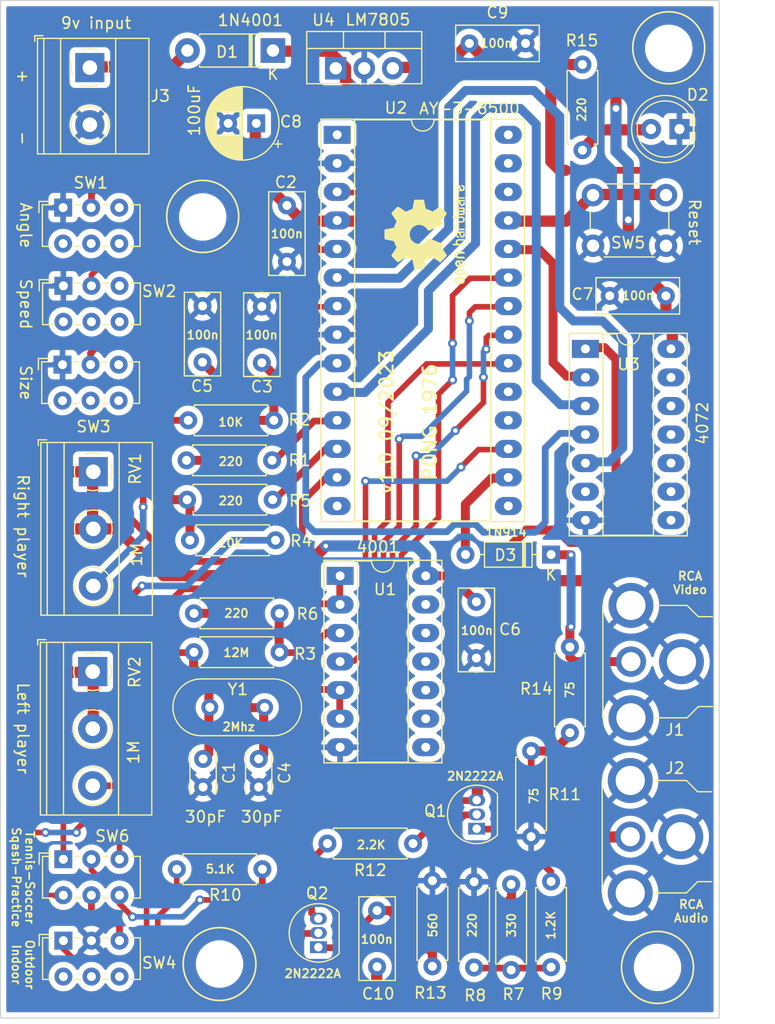
<source format=kicad_pcb>
(kicad_pcb (version 20211014) (generator pcbnew)
  (layers (0 "F.Cu" signal) (31 "B.Cu" signal) (34 "B.Paste" user) (35 "F.Paste" user) (36 "B.SilkS" user "B.Silkscreen") (37 "F.SilkS" user "F.Silkscreen") (38 "B.Mask" user) (39 "F.Mask" user) (44 "Edge.Cuts" user))
  (net 0 "")
  (net 1 "Net-(C1-Pad1)")
  (net 2 "GND")
  (net 3 "VCC")
  (net 4 "Net-(C3-Pad2)")
  (net 5 "Net-(C4-Pad1)")
  (net 6 "Net-(C5-Pad1)")
  (net 7 "+5V")
  (net 8 "Net-(C10-Pad1)")
  (net 9 "Net-(C10-Pad2)")
  (net 10 "Net-(D1-Pad2)")
  (net 11 "Net-(D2-Pad2)")
  (net 12 "Net-(D3-Pad1)")
  (net 13 "VideoSynchro")
  (net 14 "Net-(Q1-Pad1)")
  (net 15 "Net-(Q1-Pad2)")
  (net 16 "Net-(Q2-Pad2)")
  (net 17 "Net-(Q2-Pad3)")
  (net 18 "Net-(R1-Pad1)")
  (net 19 "Net-(R2-Pad1)")
  (net 20 "Net-(R3-Pad1)")
  (net 21 "Net-(R4-Pad2)")
  (net 22 "Net-(R5-Pad2)")
  (net 23 "Net-(R7-Pad1)")
  (net 24 "Net-(R7-Pad2)")
  (net 25 "Sound")
  (net 26 "Net-(SW1-Pad2)")
  (net 27 "Net-(SW2-Pad2)")
  (net 28 "Net-(SW3-Pad2)")
  (net 29 "Net-(SW4-Pad1)")
  (net 30 "Net-(SW4-Pad3)")
  (net 31 "Net-(SW5-Pad1)")
  (net 32 "Net-(SW6-Pad1)")
  (net 33 "Net-(SW6-Pad3)")
  (net 34 "Net-(SW6-Pad4)")
  (net 35 "Net-(SW6-Pad6)")
  (net 36 "Clock 2 Mhz")
  (net 38 "Net-(U2-Pad6)")
  (net 39 "Net-(U2-Pad9)")
  (net 40 "Net-(U2-Pad10)")
  (net 45 "Net-(U2-Pad24)")
  (footprint "Package_DIP:DIP-14_W7.62mm_Socket_LongPads" (layer "F.Cu") (at 70.236 91.176)
    (fp_text reference "U1")
    (fp_text value "4001")
  )
  (footprint "Resistor_THT:R_Axial_DIN0207_L6.3mm_D2.5mm_P7.62mm_Horizontal" (layer "F.Cu") (at 64.1808 80.894 180)
    (fp_text reference "R1")
    (fp_text value "220 Ω")
  )
  (footprint "Resistor_THT:R_Axial_DIN0207_L6.3mm_D2.5mm_P7.62mm_Horizontal" (layer "F.Cu") (at 64.8412 94.5084 180)
    (fp_text reference "R3")
    (fp_text value "220 Ω")
  )
  (footprint "Capacitor_THT:C_Rect_L7.2mm_W3.0mm_P5.00mm_FKS2_FKP2_MKS2_MKP2" (layer "F.Cu") (at 65.5016 63.2264 90)
    (fp_text reference "C2")
    (fp_text value "0.1 uF")
  )
  (footprint "Button_Switch_THT:SW_E-Switch_EG1271_DPDT" (layer "F.Cu") (at 45.5173 72.3852)
    (fp_text reference "SW3")
    (fp_text value "Bat Size")
  )
  (footprint "Diode_THT:D_DO-35_SOD27_P7.62mm_Horizontal" (layer "F.Cu") (at 89.022 89.276 180)
    (fp_text reference "D3")
    (fp_text value "1N914")
  )
  (footprint "Symbol:OSHW-Logo2_9.8x8mm_SilkScreen" (layer "F.Cu") (at 77.9 60.8 90)
    (fp_text reference "REFLOGO" hide)
    (fp_text value "OSHW-Logo2_9.8x8mm_SilkScreen" hide)
  )
  (footprint "Resistor_THT:R_Axial_DIN0207_L6.3mm_D2.5mm_P7.62mm_Horizontal" (layer "F.Cu") (at 76.7284 114.9808 180)
    (fp_text reference "R12")
    (fp_text value "2.2 KΩ")
  )
  (footprint "Resistor_THT:R_Axial_DIN0207_L6.3mm_D2.5mm_P7.62mm_Horizontal" (layer "F.Cu") (at 63.3172 117.2668 180)
    (fp_text reference "R10")
    (fp_text value "5.1 KΩ")
  )
  (footprint "Button_Switch_THT:SW_E-Switch_EG1271_DPDT" (layer "F.Cu") (at 45.588 116.378)
    (fp_text reference "SW6")
    (fp_text value "Ten-Soc/Squ-Pra")
  )
  (footprint "Capacitor_THT:C_Disc_D3.4mm_W2.1mm_P2.50mm" (layer "F.Cu") (at 58.034 107.457 -90)
    (fp_text reference "C1")
    (fp_text value "30 pF")
  )
  (footprint "Capacitor_THT:C_Rect_L7.2mm_W3.0mm_P5.00mm_FKS2_FKP2_MKS2_MKP2" (layer "F.Cu") (at 73.528 125.939 90)
    (fp_text reference "C10")
    (fp_text value "0.1 uF")
  )
  (footprint "Resistor_THT:R_Axial_DIN0207_L6.3mm_D2.5mm_P7.62mm_Horizontal" (layer "F.Cu") (at 56.7132 77.338)
    (fp_text reference "R2")
    (fp_text value "10KΩ")
  )
  (footprint "Package_DIP:DIP-14_W7.62mm_Socket_LongPads" (layer "F.Cu") (at 92.08 70.983)
    (fp_text reference "U3")
    (fp_text value "4072")
  )
  (footprint "Button_Switch_THT:SW_E-Switch_EG1271_DPDT" (layer "F.Cu") (at 45.5935 123.617)
    (fp_text reference "SW4")
    (fp_text value "Outdoor/Indoor")
  )
  (footprint "Resistor_THT:R_Axial_DIN0207_L6.3mm_D2.5mm_P7.62mm_Horizontal" (layer "F.Cu") (at 85.466 126.233 90)
    (fp_text reference "R7")
    (fp_text value "330 Ω")
  )
  (footprint "Capacitor_THT:C_Rect_L7.2mm_W3.0mm_P5.00mm_FKS2_FKP2_MKS2_MKP2" (layer "F.Cu") (at 81.7468 43.81)
    (fp_text reference "C9")
    (fp_text value "0.1 uF")
  )
  (footprint "Package_TO_SOT_THT:TO-220-3_Vertical" (layer "F.Cu") (at 69.845 46.025)
    (fp_text reference "U4")
    (fp_text value "LM7805")
  )
  (footprint "TerminalBlock_Phoenix:TerminalBlock_Phoenix_MKDS-1,5-2-5.08_1x02_P5.08mm_Horizontal" (layer "F.Cu") (at 47.95 45.964 -90)
    (fp_text reference "J3")
    (fp_text value "Pile 9V")
  )
  (footprint "Thomas:RCA" (layer "F.Cu") (at 100.071 114.375 -90)
    (fp_text reference "J2")
    (fp_text value "RCA Audio")
  )
  (footprint "TerminalBlock_Phoenix:TerminalBlock_Phoenix_MKDS-1,5-3-5.08_1x03_P5.08mm_Horizontal" (layer "F.Cu") (at 48.204 99.685 -90)
    (fp_text reference "RV2")
    (fp_text value "1 MΩ")
  )
  (footprint "Button_Switch_THT:SW_E-Switch_EG1271_DPDT" (layer "F.Cu") (at 45.5935 65.3748)
    (fp_text reference "SW2")
    (fp_text value "Ball speed")
  )
  (footprint "Resistor_THT:R_Axial_DIN0207_L6.3mm_D2.5mm_P7.62mm_Horizontal" (layer "F.Cu") (at 91.816 45.6896 -90)
    (fp_text reference "R15")
    (fp_text value "220 Ω")
  )
  (footprint "Resistor_THT:R_Axial_DIN0207_L6.3mm_D2.5mm_P7.62mm_Horizontal" (layer "F.Cu") (at 78.4556 125.9028 90)
    (fp_text reference "R13")
    (fp_text value "560 Ω")
  )
  (footprint "MountingHole:MountingHole_3.2mm_M3" (layer "F.Cu") (at 98.5 126)
    (fp_text reference "HOLE1" hide)
    (fp_text value "MountingHole_3.2mm_M3")
  )
  (footprint "Capacitor_THT:C_Rect_L7.2mm_W3.0mm_P5.00mm_FKS2_FKP2_MKS2_MKP2" (layer "F.Cu") (at 94.2436 66.2636)
    (fp_text reference "C7")
    (fp_text value "0.1 uF")
  )
  (footprint "Capacitor_THT:C_Rect_L7.2mm_W3.0mm_P5.00mm_FKS2_FKP2_MKS2_MKP2" (layer "F.Cu") (at 57.9832 72.1672 90)
    (fp_text reference "C5")
    (fp_text value "0.1 uF")
  )
  (footprint "Resistor_THT:R_Axial_DIN0207_L6.3mm_D2.5mm_P7.62mm_Horizontal" (layer "F.Cu") (at 89.022 118.359 -90)
    (fp_text reference "R9")
    (fp_text value "1.2 KΩ")
  )
  (footprint "Capacitor_THT:C_Rect_L7.2mm_W3.0mm_P5.00mm_FKS2_FKP2_MKS2_MKP2" (layer "F.Cu") (at 63.2664 67.218 -90)
    (fp_text reference "C3")
    (fp_text value "0.1 uF")
  )
  (footprint "Resistor_THT:R_Axial_DIN0207_L6.3mm_D2.5mm_P7.62mm_Horizontal" (layer "F.Cu") (at 90.6984 97.5056 -90)
    (fp_text reference "R14")
    (fp_text value "75 Ω")
  )
  (footprint "TerminalBlock_Phoenix:TerminalBlock_Phoenix_MKDS-1,5-3-5.08_1x03_P5.08mm_Horizontal" (layer "F.Cu") (at 48.255 81.91 -90)
    (fp_text reference "RV1")
    (fp_text value "1 MΩ")
  )
  (footprint "Capacitor_THT:C_Disc_D3.4mm_W2.1mm_P2.50mm" (layer "F.Cu") (at 62.987 107.457 -90)
    (fp_text reference "C4")
    (fp_text value "30 pF")
  )
  (footprint "Resistor_THT:R_Axial_DIN0207_L6.3mm_D2.5mm_P7.62mm_Horizontal" (layer "F.Cu") (at 57.2212 97.9628)
    (fp_text reference "R6")
    (fp_text value "12 MΩ")
  )
  (footprint "Button_Switch_THT:SW_PUSH_6mm_H5mm" (layer "F.Cu") (at 92.757 57.308)
    (fp_text reference "SW5")
    (fp_text value "Reset Switch")
  )
  (footprint "Package_TO_SOT_THT:TO-92_Inline" (layer "F.Cu") (at 82.397 113.66 90)
    (fp_text reference "Q1")
    (fp_text value "2N2222A")
  )
  (footprint "Capacitor_THT:C_Rect_L7.2mm_W3.0mm_P5.00mm_FKS2_FKP2_MKS2_MKP2" (layer "F.Cu") (at 82.3672 98.4816 90)
    (fp_text reference "C6")
    (fp_text value "0.1 uF")
  )
  (footprint "Resistor_THT:R_Axial_DIN0207_L6.3mm_D2.5mm_P7.62mm_Horizontal" (layer "F.Cu") (at 87.244 106.7512 -90)
    (fp_text reference "R11")
    (fp_text value "75 Ω")
  )
  (footprint "MountingHole:MountingHole_3.2mm_M3" (layer "F.Cu") (at 58 59.25)
    (fp_text reference "HOLE4" hide)
    (fp_text value "MountingHole_3.2mm_M3")
  )
  (footprint "Resistor_THT:R_Axial_DIN0207_L6.3mm_D2.5mm_P7.62mm_Horizontal" (layer "F.Cu") (at 56.6116 84.3992)
    (fp_text reference "R5")
    (fp_text value "220 Ω")
  )
  (footprint "Package_TO_SOT_THT:TO-92_Inline" (layer "F.Cu") (at 68.3 124.201 90)
    (fp_text reference "Q2")
    (fp_text value "2N2222A")
  )
  (footprint "LED_THT:LED_D5.0mm_Clear" (layer "F.Cu") (at 100.457 51.43 180)
    (fp_text reference "D2")
    (fp_text value "LED verte")
  )
  (footprint "Resistor_THT:R_Axial_DIN0207_L6.3mm_D2.5mm_P7.62mm_Horizontal" (layer "F.Cu") (at 82.164 126.0044 90)
    (fp_text reference "R8")
    (fp_text value "220 Ω")
  )
  (footprint "MountingHole:MountingHole_3.2mm_M3" (layer "F.Cu") (at 59.5 125.7)
    (fp_text reference "HOLE2" hide)
    (fp_text value "MountingHole_3.2mm_M3")
  )
  (footprint "Capacitor_THT:CP_Radial_D6.3mm_P2.50mm" (layer "F.Cu") (at 62.77238 50.922 180)
    (fp_text reference "C8")
    (fp_text value "100 uF")
  )
  (footprint "Crystal:Crystal_HC49-4H_Vertical" (layer "F.Cu") (at 58.632 102.865)
    (fp_text reference "Y1")
    (fp_text value "2 Mhz")
  )
  (footprint "MountingHole:MountingHole_3.2mm_M3" (layer "F.Cu") (at 99.5 44.25)
    (fp_text reference "HOLE3" hide)
    (fp_text value "MountingHole_3.2mm_M3")
  )
  (footprint "Resistor_THT:R_Axial_DIN0207_L6.3mm_D2.5mm_P7.62mm_Horizontal" (layer "F.Cu") (at 56.8656 88.006)
    (fp_text reference "R4")
    (fp_text value "10KΩ")
  )
  (footprint "Package_DIP:DIP-28_W15.24mm_Socket_LongPads" (layer "F.Cu") (at 69.972 51.938)
    (fp_text reference "U2")
    (fp_text value "AY-3-8500")
  )
  (footprint "Button_Switch_THT:SW_E-Switch_EG1271_DPDT" (layer "F.Cu") (at 45.5681 58.4152)
    (fp_text reference "SW1")
    (fp_text value "Ball angles")
  )
  (footprint "Diode_THT:D_DO-41_SOD81_P7.62mm_Horizontal" (layer "F.Cu") (at 64.257 44.445 180)
    (fp_text reference "D1")
    (fp_text value "1N4001")
  )
  (footprint "Thomas:RCA" (layer "F.Cu") (at 100.134 98.801 -90)
    (fp_text reference "J1")
    (fp_text value "RCA Video")
  )
  (gr_circle (center 59.5 125.7) (end 62.7 125.2) (layer "F.SilkS") (width 0.15) (fill none))
  (gr_circle (center 58 59.2) (end 61.2 59.4) (layer "F.SilkS") (width 0.15) (fill none))
  (gr_circle (center 99.5 44.2) (end 102.7 44.3) (layer "F.SilkS") (width 0.15) (fill none))
  (gr_circle (center 98.5 126) (end 101.7 125.9) (layer "F.SilkS") (width 0.15) (fill none))
  (gr_rect (start 40 40) (end 104 130.5) (layer "Edge.Cuts") (width 0.1) (fill none))
  (gr_text "100uF" (at 57.25 49.75 90) (layer "F.SilkS") (effects (font (size 1 1))))
  (gr_text "2Mhz" (at 61.2 104.6) (layer "F.SilkS") (effects (font (size 0.75 0.75))))
  (gr_text "10K" (at 60.5 88.25) (layer "F.SilkS") (effects (font (size 0.75 0.75))))
  (gr_text "220" (at 61 94.5) (layer "F.SilkS") (effects (font (size 0.75 0.75))))
  (gr_text "100n" (at 65.5 60.75) (layer "F.SilkS") (effects (font (size 0.75 0.75))))
  (gr_text "220" (at 60.5 84.5) (layer "F.SilkS") (effects (font (size 0.75 0.75))))
  (gr_text "Tennis-Soccer\nSqash-Practice" (at 42 118 270) (layer "F.SilkS") (effects (font (size 0.75 0.75))))
  (gr_text "Outdoor\nIndoor" (at 42 125.75 270) (layer "F.SilkS") (effects (font (size 0.75 0.75))))
  (gr_text "100n" (at 63.25 69.75) (layer "F.SilkS") (effects (font (size 0.75 0.75))))
  (gr_text "v1.0 09/2023\n\nPONG 1976" (at 76.3 77.5 90) (layer "F.SilkS") (effects (font (size 1.2 1.2) (thickness 0.2))))
  (gr_text "4001" (at 73.6 88.6) (layer "F.SilkS") (effects (font (size 1 1))))
  (gr_text "5.1K" (at 59.56 117.25) (layer "F.SilkS") (effects (font (size 0.75 0.75))))
  (gr_text "75" (at 90.7 101.3 90) (layer "F.SilkS") (effects (font (size 0.75 0.75))))
  (gr_text "220" (at 60.5 81) (layer "F.SilkS") (effects (font (size 0.75 0.75))))
  (gr_text "1M" (at 52.0904 89.276 90) (layer "F.SilkS") (effects (font (size 1 1))))
  (gr_text "Angle" (at 42.25 60 270) (layer "F.SilkS") (effects (font (size 1 1))))
  (gr_text "2.2K" (at 73 115.1) (layer "F.SilkS") (effects (font (size 0.75 0.75))))
  (gr_text "560" (at 78.5 122.25 90) (layer "F.SilkS") (effects (font (size 0.75 0.75))))
  (gr_text "Reset" (at 101.8 59.7 270) (layer "F.SilkS") (effects (font (size 1 1))))
  (gr_text "2N2222A" (at 82.2656 108.9864) (layer "F.SilkS") (effects (font (size 0.75 0.75))))
  (gr_text "220" (at 91.75 49.69 90) (layer "F.SilkS") (effects (font (size 0.75 0.75))))
  (gr_text "1.2K" (at 89 122.25 90) (layer "F.SilkS") (effects (font (size 0.75 0.75))))
  (gr_text "100n" (at 58 69.75) (layer "F.SilkS") (effects (font (size 0.75 0.75))))
  (gr_text "1N4001" (at 62.25 41.75) (layer "F.SilkS") (effects (font (size 1 1))))
  (gr_text "12M" (at 61 98) (layer "F.SilkS") (effects (font (size 0.75 0.75))))
  (gr_text "330" (at 85.5 122.25 90) (layer "F.SilkS") (effects (font (size 0.75 0.75))))
  (gr_text "RCA\nVideo" (at 101.4 91.8) (layer "F.SilkS") (effects (font (size 0.75 0.75))))
  (gr_text "+" (at 42 46.75 270) (layer "F.SilkS") (effects (font (size 1 1))))
  (gr_text "220" (at 82 122.25 90) (layer "F.SilkS") (effects (font (size 0.75 0.75))))
  (gr_text "1N914" (at 85.0088 87.2948) (layer "F.SilkS") (effects (font (size 0.75 0.75))))
  (gr_text "30pF" (at 58.25 112.6) (layer "F.SilkS") (effects (font (size 1 1))))
  (gr_text "Right player" (at 42 86.75 270) (layer "F.SilkS") (effects (font (size 1 1))))
  (gr_text "2N2222A" (at 67.8 126.55) (layer "F.SilkS") (effects (font (size 0.75 0.75))))
  (gr_text "Speed" (at 42.25 67 270) (layer "F.SilkS") (effects (font (size 1 1))))
  (gr_text "10K" (at 60.5 77.5) (layer "F.SilkS") (effects (font (size 0.75 0.75))))
  (gr_text "Left player" (at 42 104.75 270) (layer "F.SilkS") (effects (font (size 1 1))))
  (gr_text "9v input" (at 48.5 42) (layer "F.SilkS") (effects (font (size 1 1))))
  (gr_text "100n" (at 73.5 123.5) (layer "F.SilkS") (effects (font (size 0.75 0.75))))
  (gr_text "75" (at 87.5 110.75 90) (layer "F.SilkS") (effects (font (size 0.75 0.75))))
  (gr_text "100n" (at 84.1452 43.8) (layer "F.SilkS") (effects (font (size 0.75 0.75))))
  (gr_text "AY-3-8500" (at 81.7576 49.6012) (layer "F.SilkS") (effects (font (size 1 1))))
  (gr_text "RCA\nAudio" (at 101.5 121) (layer "F.SilkS") (effects (font (size 0.75 0.75))))
  (gr_text "4072" (at 102.5 77.6 90) (layer "F.SilkS") (effects (font (size 1 1))))
  (gr_text "1M" (at 51.8364 106.8528 90) (layer "F.SilkS") (effects (font (size 1 1))))
  (gr_text "-" (at 42 52.25 270) (layer "F.SilkS") (effects (font (size 1 1))))
  (gr_text "100n" (at 82.418 96.0324) (layer "F.SilkS") (effects (font (size 0.75 0.75))))
  (gr_text "Size" (at 42.25 74 270) (layer "F.SilkS") (effects (font (size 1 1))))
  (gr_text "30pF" (at 63.25 112.6) (layer "F.SilkS") (effects (font (size 1 1))))
  (gr_text "100n" (at 96.75 66.25) (layer "F.SilkS") (effects (font (size 0.75 0.75))))
  (gr_text "LM7805" (at 73.6 41.7) (layer "F.SilkS") (effects (font (size 1 1))))
  (segment (start 56.256 92.324) (end 54.732 93.848) (width 0.6) (layer "F.Cu") (net 1))
  (segment (start 58.55 106.95) (end 58 107.5) (width 0.8) (layer "F.Cu") (net 1))
  (segment (start 58.55 102.9) (end 58.55 106.95) (width 0.8) (layer "F.Cu") (net 1))
  (segment (start 55.836 98) (end 57.19 98) (width 0.6) (layer "F.Cu") (net 1))
  (segment (start 57.19 99.608) (end 58.55 100.968) (width 0.8) (layer "F.Cu") (net 1))
  (segment (start 57.19 98) (end 57.19 99.608) (width 0.8) (layer "F.Cu") (net 1))
  (segment (start 70.2 91.125) (end 70.2 93.665) (width 0.6) (layer "F.Cu") (net 1))
  (segment (start 54.732 93.848) (end 54.732 96.896) (width 0.6) (layer "F.Cu") (net 1))
  (segment (start 54.732 96.896) (end 55.836 98) (width 0.6) (layer "F.Cu") (net 1))
  (segment (start 58.55 100.968) (end 58.55 102.9) (width 0.8) (layer "F.Cu") (net 1))
  (segment (start 70.2 93.665) (end 68.519 93.665) (width 0.6) (layer "F.Cu") (net 1))
  (segment (start 68.519 93.665) (end 67.178 92.324) (width 0.6) (layer "F.Cu") (net 1))
  (segment (start 67.178 92.324) (end 56.256 92.324) (width 0.6) (layer "F.Cu") (net 1))
  (segment (start 44 54.5) (end 43.25 55.25) (width 1) (layer "F.Cu") (net 3))
  (segment (start 73.274 48.382) (end 72.004 48.382) (width 1) (layer "F.Cu") (net 3))
  (segment (start 68.956 88.514) (end 66.3652 91.1048) (width 1) (layer "F.Cu") (net 3))
  (segment (start 99.25 66.25) (end 95.9 62.9) (width 1) (layer "F.Cu") (net 3))
  (segment (start 99.82 68.42) (end 99.82 70.875) (width 1) (layer "F.Cu") (net 3))
  (segment (start 69.265 44.5) (end 69.265 44.435) (width 1) (layer "F.Cu") (net 3))
  (segment (start 80.0508 91.176) (end 77.856 91.176) (width 0.8) (layer "F.Cu") (net 3))
  (segment (start 69.265 44.5) (end 70.71 45.945) (width 1) (layer "F.Cu") (net 3))
  (segment (start 69.265 44.435) (end 72.2 41.5) (width 1) (layer "F.Cu") (net 3))
  (segment (start 62.11476 54.5) (end 44 54.5) (width 1) (layer "F.Cu") (net 3))
  (segment (start 44.415 81.915) (end 48.195 81.915) (width 1) (layer "F.Cu") (net 3))
  (segment (start 66.3652 91.1048) (end 66.3652 91.1556) (width 1) (layer "F.Cu") (net 3))
  (segment (start 48.195 86.995) (end 46.005 86.995) (width 1) (layer "F.Cu") (net 3))
  (segment (start 50.3682 86.995) (end 48.195 86.995) (width 1) (layer "F.Cu") (net 3))
  (segment (start 70 59.62) (end 72.45 59.62) (width 1) (layer "F.Cu") (net 3))
  (segment (start 43.25 80.75) (end 44.415 81.915) (width 1) (layer "F.Cu") (net 3))
  (segment (start 54.5288 91.1556) (end 50.3682 86.995) (width 1) (layer "F.Cu") (net 3))
  (segment (start 95.9 62.9) (end 95.9 59.5) (width 1) (layer "F.Cu") (net 3))
  (segment (start 94.8 43.8) (end 94.8 49.6) (width 1) (layer "F.Cu") (net 3))
  (segment (start 44.5 98) (end 46.25 99.75) (width 1) (layer "F.Cu") (net 3))
  (segment (start 44.5 88.5) (end 44.5 98) (width 1) (layer "F.Cu") (net 3))
  (segment (start 92.5 41.5) (end 94.8 43.8) (width 1) (layer "F.Cu") (net 3))
  (segment (start 62.68238 53.93238) (end 62.68238 55.43238) (width 1) (layer "F.Cu") (net 3))
  (segment (start 43.25 55.25) (end 43.25 80.75) (width 1) (layer "F.Cu") (net 3))
  (segment (start 82.3672 93.4816) (end 80.9048 92.0192) (width 0.8) (layer "F.Cu") (net 3))
  (segment (start 74.544 57.526) (end 74.544 49.652) (width 1) (layer "F.Cu") (net 3))
  (segment (start 48.25 99.75) (end 48.25 104.83) (width 1) (layer "F.Cu") (net 3))
  (segment (start 72.2 41.5) (end 92.5 41.5) (width 1) (layer "F.Cu") (net 3))
  (segment (start 72.45 59.62) (end 74.544 57.526) (width 1) (layer "F.Cu") (net 3))
  (segment (start 48.195 81.915) (end 48.195 86.995) (width 1) (layer "F.Cu") (net 3))
  (segment (start 46.25 99.75) (end 48.25 99.75) (width 1) (layer "F.Cu") (net 3))
  (segment (start 66.3652 91.1556) (end 54.5288 91.1556) (width 1) (layer "F.Cu") (net 3))
  (segment (start 80.9048 92.0192) (end 80.894 92.0192) (width 0.8) (layer "F.Cu") (net 3))
  (segment (start 70.71 47.088) (end 70.71 45.945) (width 1) (layer "F.Cu") (net 3))
  (segment (start 70 59.62) (end 66.87 59.62) (width 1) (layer "F.Cu") (net 3))
  (segment (start 80.894 92.0192) (end 80.0508 91.176) (width 0.8) (layer "F.Cu") (net 3))
  (segment (start 62.68238 55.43238) (end 65.5 58.25) (width 1) (layer "F.Cu") (net 3))
  (segment (start 46.005 86.995) (end 44.5 88.5) (width 1) (layer "F.Cu") (net 3))
  (segment (start 64.31 44.5) (end 69.265 44.5) (width 1) (layer "F.Cu") (net 3))
  (segment (start 62.68238 51) (end 62.68238 53.93238) (width 1) (layer "F.Cu") (net 3))
  (segment (start 62.68238 53.93238) (end 62.11476 54.5) (width 1) (layer "F.Cu") (net 3))
  (segment (start 66.87 59.62) (end 65.5 58.25) (width 1) (layer "F.Cu") (net 3))
  (segment (start 99.25 66.25) (end 99.25 67.85) (width 1) (layer "F.Cu") (net 3))
  (segment (start 74.544 49.652) (end 73.274 48.382) (width 1) (layer "F.Cu") (net 3))
  (segment (start 99.25 67.85) (end 99.82 68.42) (width 1) (layer "F.Cu") (net 3))
  (segment (start 72.004 48.382) (end 70.71 47.088) (width 1) (layer "F.Cu") (net 3))
  (via (at 68.956 88.514) (size 0.8) (drill 0.4) (layers "F.Cu" "B.Cu") (net 3))
  (via (at 95.9 59.5) (size 1) (drill 0.6) (layers "F.Cu" "B.Cu") (net 3))
  (via (at 94.8 49.6) (size 1) (drill 0.6) (layers "F.Cu" "B.Cu") (net 3))
  (segment (start 95.9 59.5) (end 95.9 54.5) (width 1) (layer "B.Cu") (net 3))
  (segment (start 94.8 53.4) (end 94.8 49.6) (width 1) (layer "B.Cu") (net 3))
  (segment (start 95.9 54.5) (end 94.8 53.4) (width 1) (layer "B.Cu") (net 3))
  (segment (start 77.82 91.125) (end 77.82 89.325) (width 1) (layer "B.Cu") (net 3))
  (segment (start 77.009 88.514) (end 68.956 88.514) (width 1) (layer "B.Cu") (net 3))
  (segment (start 77.82 89.325) (end 77.009 88.514) (width 1) (layer "B.Cu") (net 3))
  (segment (start 62.6568 77.338) (end 59.1008 80.894) (width 0.8) (layer "F.Cu") (net 4))
  (segment (start 64.3332 73.2848) (end 63.2664 72.218) (width 0.8) (layer "F.Cu") (net 4))
  (segment (start 64.3332 77.338) (end 64.3332 73.2848) (width 0.8) (layer "F.Cu") (net 4))
  (segment (start 59.1008 80.894) (end 56.5608 80.894) (width 0.8) (layer "F.Cu") (net 4))
  (segment (start 64.3332 77.338) (end 62.6568 77.338) (width 0.8) (layer "F.Cu") (net 4))
  (segment (start 61.336 101.976) (end 62.26 102.9) (width 0.8) (layer "F.Cu") (net 5))
  (segment (start 62.26 102.9) (end 63.43 102.9) (width 0.8) (layer "F.Cu") (net 5))
  (segment (start 57.19 94.5) (end 59.194 94.5) (width 0.8) (layer "F.Cu") (net 5))
  (segment (start 59.194 94.5) (end 61.336 96.642) (width 0.8) (layer "F.Cu") (net 5))
  (segment (start 63.43 102.9) (end 63.43 107.07) (width 0.8) (layer "F.Cu") (net 5))
  (segment (start 61.336 96.642) (end 61.336 101.976) (width 0.8) (layer "F.Cu") (net 5))
  (segment (start 63.43 107.07) (end 63 107.5) (width 0.8) (layer "F.Cu") (net 5))
  (segment (start 58.7452 79.1668) (end 57.8816 79.1668) (width 0.8) (layer "F.Cu") (net 6))
  (segment (start 55.3416 84.3992) (end 54.5796 83.6372) (width 0.8) (layer "F.Cu") (net 6))
  (segment (start 55.0876 79.1668) (end 54.859 79.3954) (width 0.5) (layer "F.Cu") (net 6))
  (segment (start 59.5072 73.6912) (end 59.5072 78.4048) (width 0.8) (layer "F.Cu") (net 6))
  (segment (start 56.6116 84.3992) (end 55.3416 84.3992) (width 0.8) (layer "F.Cu") (net 6))
  (segment (start 54.1732 80.0812) (end 54.859 79.3954) (width 0.8) (layer "F.Cu") (net 6))
  (segment (start 54.1732 83.2308) (end 54.1732 80.0812) (width 0.8) (layer "F.Cu") (net 6))
  (segment (start 59.5072 78.4048) (end 58.7452 79.1668) (width 0.8) (layer "F.Cu") (net 6))
  (segment (start 57.9832 72.1672) (end 59.5072 73.6912) (width 0.8) (layer "F.Cu") (net 6))
  (segment (start 56.8656 88.006) (end 56.8656 84.6532) (width 0.8) (layer "F.Cu") (net 6))
  (segment (start 57.8816 79.1668) (end 55.0876 79.1668) (width 0.5) (layer "F.Cu") (net 6))
  (segment (start 54.5796 83.6372) (end 54.1732 83.2308) (width 0.8) (layer "F.Cu") (net 6))
  (segment (start 56.8656 84.6532) (end 56.6116 84.3992) (width 0.8) (layer "F.Cu") (net 6))
  (segment (start 75.79 45.945) (end 79.555 45.945) (width 1) (layer "F.Cu") (net 7))
  (segment (start 93.8 89.9) (end 92.1 91.6) (width 1) (layer "F.Cu") (net 7))
  (segment (start 82.45 104.85) (end 82.45 111.16) (width 1) (layer "F.Cu") (net 7))
  (segment (start 83.9 46) (end 88.8 46) (width 1) (layer "F.Cu") (net 7))
  (segment (start 86.8 92.4) (end 86.8 102.2) (width 1) (layer "F.Cu") (net 7))
  (segment (start 83.3 104) (end 82.45 104.85) (width 1) (layer "F.Cu") (net 7))
  (segment (start 88.8 46) (end 89 45.8) (width 1) (layer "F.Cu") (net 7))
  (segment (start 80.59 111.16) (end 76.75 115) (width 0.6) (layer "F.Cu") (net 7))
  (segment (start 89 45.8) (end 89 54.3) (width 1) (layer "F.Cu") (net 7))
  (segment (start 79.555 45.945) (end 81.7 43.8) (width 1) (layer "F.Cu") (net 7))
  (segment (start 82.45 111.16) (end 80.59 111.16) (width 0.6) (layer "F.Cu") (net 7))
  (segment (start 87.6 91.6) (end 86.8 92.4) (width 1) (layer "F.Cu") (net 7))
  (segment (start 81.7 43.8) (end 83.9 46) (width 1) (layer "F.Cu") (net 7))
  (segment (start 89 54.3) (end 89.8 55.1) (width 1) (layer "F.Cu") (net 7))
  (segment (start 88.89 45.69) (end 89 45.8) (width 1) (layer "F.Cu") (net 7))
  (segment (start 100.7 89.9) (end 93.8 89.9) (width 1) (layer "F.Cu") (net 7))
  (segment (start 90.3 55.1) (end 101.3 55.1) (width 0.6) (layer "F.Cu") (net 7))
  (segment (start 86.8 102.2) (end 85 104) (width 1) (layer "F.Cu") (net 7))
  (segment (start 102.8 56.6) (end 102.8 87.8) (width 1) (layer "F.Cu") (net 7))
  (segment (start 101.3 55.1) (end 101.8 55.6) (width 0.6) (layer "F.Cu") (net 7))
  (segment (start 102.8 87.8) (end 100.7 89.9) (width 1) (layer "F.Cu") (net 7))
  (segment (start 89.8 55.1) (end 90.3 55.1) (width 1) (layer "F.Cu") (net 7))
  (segment (start 91.75 45.69) (end 88.89 45.69) (width 1) (layer "F.Cu") (net 7))
  (segment (start 101.8 55.6) (end 102.8 56.6) (width 1) (layer "F.Cu") (net 7))
  (segment (start 85 104) (end 83.3 104) (width 1) (layer "F.Cu") (net 7))
  (segment (start 92.1 91.6) (end 87.6 91.6) (width 1) (layer "F.Cu") (net 7))
  (segment (start 74.1 128.4) (end 73.5 127.8) (width 1) (layer "F.Cu") (net 8))
  (segment (start 92.3 127.3) (end 91.2 128.4) (width 1) (layer "F.Cu") (net 8))
  (segment (start 96.025 114.4) (end 93.7 114.4) (width 1) (layer "F.Cu") (net 8))
  (segment (start 91.2 128.4) (end 74.1 128.4) (width 1) (layer "F.Cu") (net 8))
  (segment (start 73.5 127.8) (end 73.5 126) (width 1) (layer "F.Cu") (net 8))
  (segment (start 93.7 114.4) (end 92.3 115.8) (width 1) (layer "F.Cu") (net 8))
  (segment (start 92.3 115.8) (end 92.3 127.3) (width 1) (layer "F.Cu") (net 8))
  (segment (start 73.528 120.939) (end 73.528 121.026) (width 0.8) (layer "F.Cu") (net 9))
  (segment (start 70.25 124.25) (end 73.5 121) (width 0.6) (layer "F.Cu") (net 9))
  (segment (start 68.25 124.25) (end 70.25 124.25) (width 0.6) (layer "F.Cu") (net 9))
  (segment (start 74.6602 120.939) (end 78.4556 124.7344) (width 0.8) (layer "F.Cu") (net 9))
  (segment (start 78.4556 124.7344) (end 78.4556 125.9028) (width 0.8) (layer "F.Cu") (net 9))
  (segment (start 73.528 120.939) (end 74.6602 120.939) (width 0.8) (layer "F.Cu") (net 9))
  (segment (start 55.29 45.9) (end 56.69 44.5) (width 1) (layer "F.Cu") (net 10))
  (segment (start 48.1 45.9) (end 55.29 45.9) (width 1) (layer "F.Cu") (net 10))
  (segment (start 48 46) (end 48.1 45.9) (width 1) (layer "F.Cu") (net 10))
  (segment (start 93.56 51.5) (end 91.75 53.31) (width 1) (layer "F.Cu") (net 11))
  (segment (start 97.96 51.5) (end 93.56 51.5) (width 1) (layer "F.Cu") (net 11))
  (segment (start 90.7 98.4) (end 90.7 97.49) (width 0.8) (layer "F.Cu") (net 12))
  (segment (start 91.1 98.8) (end 90.7 98.4) (width 0.8) (layer "F.Cu") (net 12))
  (segment (start 89.01 89.3) (end 90.8 89.3) (width 0.8) (layer "F.Cu") (net 12))
  (segment (start 90.7 97.49) (end 90.7 95.8) (width 0.8) (layer "F.Cu") (net 12))
  (segment (start 90.7 95.8) (end 90.8 95.7) (width 0.8) (layer "F.Cu") (net 12))
  (segment (start 96.125 98.8) (end 91.1 98.8) (width 0.8) (layer "F.Cu") (net 12))
  (via (at 90.8 95.7) (size 0.8) (drill 0.4) (layers "F.Cu" "B.Cu") (net 12))
  (via (at 90.8 89.3) (size 0.8) (drill 0.4) (layers "F.Cu" "B.Cu") (net 12))
  (segment (start 90.8 89.3) (end 90.8 95.7) (width 0.8) (layer "B.Cu") (net 12))
  (segment (start 83.72 82.48) (end 81.39 84.81) (width 0.8) (layer "F.Cu") (net 13))
  (segment (start 85.24 82.48) (end 83.72 82.48) (width 0.8) (layer "F.Cu") (net 13))
  (segment (start 81.39 84.81) (end 81.39 89.3) (width 0.8) (layer "F.Cu") (net 13))
  (segment (start 90.7 105.3) (end 89.25 106.75) (width 0.8) (layer "F.Cu") (net 14))
  (segment (start 83.8 113.7) (end 87.25 110.25) (width 0.6) (layer "F.Cu") (net 14))
  (segment (start 89.25 106.75) (end 87.25 106.75) (width 0.8) (layer "F.Cu") (net 14))
  (segment (start 82.45 113.7) (end 83.8 113.7) (width 0.6) (layer "F.Cu") (net 14))
  (segment (start 87.25 110.25) (end 87.25 106.75) (width 0.6) (layer "F.Cu") (net 14))
  (segment (start 89 117.5) (end 88 116.5) (width 0.6) (layer "F.Cu") (net 15))
  (segment (start 80 113.75) (end 81.32 112.43) (width 0.6) (layer "F.Cu") (net 15))
  (segment (start 88 116.5) (end 80.75 116.5) (width 0.6) (layer "F.Cu") (net 15))
  (segment (start 89 118.44) (end 89 117.5) (width 0.6) (layer "F.Cu") (net 15))
  (segment (start 80 115.75) (end 80 113.75) (width 0.6) (layer "F.Cu") (net 15))
  (segment (start 81.32 112.43) (end 82.45 112.43) (width 0.6) (layer "F.Cu") (net 15))
  (segment (start 80.75 116.5) (end 80 115.75) (width 0.6) (layer "F.Cu") (net 15))
  (segment (start 66.9 122.98) (end 63.31 119.39) (width 0.6) (layer "F.Cu") (net 16))
  (segment (start 68.25 122.98) (end 66.9 122.98) (width 0.6) (layer "F.Cu") (net 16))
  (segment (start 63.31 119.39) (end 63.31 117.25) (width 0.6) (layer "F.Cu") (net 16))
  (segment (start 69.13 115) (end 67.69 116.44) (width 0.6) (layer "F.Cu") (net 17))
  (segment (start 67.69 116.44) (end 67.69 121.15) (width 0.6) (layer "F.Cu") (net 17))
  (segment (start 67.69 121.15) (end 68.25 121.71) (width 0.6) (layer "F.Cu") (net 17))
  (segment (start 67.91 77.4) (end 64.31 81) (width 0.6) (layer "F.Cu") (net 18))
  (segment (start 70 77.4) (end 67.91 77.4) (width 0.6) (layer "F.Cu") (net 18))
  (segment (start 52.7 79.3192) (end 52.7 85.0596) (width 0.6) (layer "F.Cu") (net 19))
  (segment (start 54.6812 77.338) (end 52.7 79.3192) (width 0.6) (layer "F.Cu") (net 19))
  (segment (start 56.7132 77.338) (end 54.6812 77.338) (width 0.6) (layer "F.Cu") (net 19))
  (via (at 52.7 85.0596) (size 0.8) (drill 0.4) (layers "F.Cu" "B.Cu") (net 19))
  (segment (start 52.7 87.625) (end 48.255 92.07) (width 0.6) (layer "B.Cu") (net 19))
  (segment (start 52.7 85.0596) (end 52.7 87.625) (width 0.6) (layer "B.Cu") (net 19))
  (segment (start 69.045 96.205) (end 70.2 96.205) (width 0.6) (layer "F.Cu") (net 20))
  (segment (start 67.472 98) (end 64.81 98) (width 0.6) (layer "F.Cu") (net 20))
  (segment (start 67.75 100.5) (end 67.75 97.722) (width 0.6) (layer "F.Cu") (net 20))
  (segment (start 70.2 101.285) (end 68.535 101.285) (width 0.6) (layer "F.Cu") (net 20))
  (segment (start 67.75 97.722) (end 67.472 98) (width 0.6) (layer "F.Cu") (net 20))
  (segment (start 67.75 97.722) (end 67.75 97.5) (width 0.6) (layer "F.Cu") (net 20))
  (segment (start 68.535 101.285) (end 67.75 100.5) (width 0.6) (layer "F.Cu") (net 20))
  (segment (start 64.81 94.5) (end 64.81 98) (width 0.8) (layer "F.Cu") (net 20))
  (segment (start 67.75 97.5) (end 69.045 96.205) (width 0.6) (layer "F.Cu") (net 20))
  (segment (start 70.2 103.825) (end 70.2 101.285) (width 0.6) (layer "F.Cu") (net 20))
  (segment (start 51.8872 108.7832) (end 50.8254 109.845) (width 0.6) (layer "F.Cu") (net 21))
  (segment (start 50.8254 109.845) (end 48.204 109.845) (width 0.6) (layer "F.Cu") (net 21))
  (segment (start 51.8872 92.7812) (end 51.8872 108.7832) (width 0.6) (layer "F.Cu") (net 21))
  (segment (start 52.5984 92.07) (end 51.8872 92.7812) (width 0.6) (layer "F.Cu") (net 21))
  (via (at 52.5984 92.07) (size 0.8) (drill 0.4) (layers "F.Cu" "B.Cu") (net 21))
  (segment (start 64.4856 88.006) (end 60.6248 88.006) (width 0.6) (layer "B.Cu") (net 21))
  (segment (start 60.6248 88.006) (end 56.5608 92.07) (width 0.6) (layer "B.Cu") (net 21))
  (segment (start 56.5608 92.07) (end 52.5984 92.07) (width 0.6) (layer "B.Cu") (net 21))
  (segment (start 70 79.94) (end 68.87 79.94) (width 0.6) (layer "F.Cu") (net 22))
  (segment (start 68.87 79.94) (end 64.31 84.5) (width 0.6) (layer "F.Cu") (net 22))
  (segment (start 85.46 126.06) (end 85.5 126.1) (width 0.6) (layer "F.Cu") (net 23))
  (segment (start 85.54 126.06) (end 85.5 126.1) (width 0.6) (layer "F.Cu") (net 23))
  (segment (start 89 126.06) (end 85.54 126.06) (width 0.6) (layer "F.Cu") (net 23))
  (segment (start 82 126.06) (end 85.46 126.06) (width 0.6) (layer "F.Cu") (net 23))
  (segment (start 93.775 70.875) (end 94.8 71.9) (width 0.8) (layer "F.Cu") (net 24))
  (segment (start 94.8 86.7) (end 93.3 88.2) (width 0.8) (layer "F.Cu") (net 24))
  (segment (start 80 108.8) (end 77.6 108.8) (width 0.8) (layer "F.Cu") (net 24))
  (segment (start 93.3 88.2) (end 90.709022 88.2) (width 0.8) (layer "F.Cu") (net 24))
  (segment (start 74.5 111.9) (end 74.5 118.1) (width 0.8) (layer "F.Cu") (net 24))
  (segment (start 90.709022 88.2) (end 89.609022 87.1) (width 0.8) (layer "F.Cu") (net 24))
  (segment (start 85.2 88.7) (end 85.2 98.8) (width 0.8) (layer "F.Cu") (net 24))
  (segment (start 91.7 70.875) (end 93.775 70.875) (width 0.8) (layer "F.Cu") (net 24))
  (segment (start 80.7 108.1) (end 80 108.8) (width 0.8) (layer "F.Cu") (net 24))
  (segment (start 94.8 71.9) (end 94.8 86.7) (width 0.8) (layer "F.Cu") (net 24))
  (segment (start 77.7 121.3) (end 84 121.3) (width 0.8) (layer "F.Cu") (net 24))
  (segment (start 85.2 98.8) (end 80.7 103.3) (width 0.8) (layer "F.Cu") (net 24))
  (segment (start 74.5 118.1) (end 77.7 121.3) (width 0.8) (layer "F.Cu") (net 24))
  (segment (start 80.7 103.3) (end 80.7 108.1) (width 0.8) (layer "F.Cu") (net 24))
  (segment (start 86.8 87.1) (end 85.2 88.7) (width 0.8) (layer "F.Cu") (net 24))
  (segment (start 77.6 108.8) (end 74.5 111.9) (width 0.8) (layer "F.Cu") (net 24))
  (segment (start 89.609022 87.1) (end 86.8 87.1) (width 0.8) (layer "F.Cu") (net 24))
  (segment (start 85.5 119.8) (end 85.5 118.48) (width 0.8) (layer "F.Cu") (net 24))
  (segment (start 84 121.3) (end 85.5 119.8) (width 0.8) (layer "F.Cu") (net 24))
  (segment (start 55.69 119.81) (end 55.69 117.25) (width 0.5) (layer "F.Cu") (net 25))
  (segment (start 55.5 50.25) (end 55.5 52.75) (width 0.5) (layer "F.Cu") (net 25))
  (segment (start 72.004 49.906) (end 68.956 49.906) (width 0.5) (layer "F.Cu") (net 25))
  (segment (start 55 53.25) (end 42.5 53.25) (width 0.5) (layer "F.Cu") (net 25))
  (segment (start 72.5 56.5) (end 72.5 50.402) (width 0.5) (layer "F.Cu") (net 25))
  (segment (start 41.75 54) (end 41.75 127.75) (width 0.5) (layer "F.Cu") (net 25))
  (segment (start 54 121.5) (end 55.69 119.81) (width 0.5) (layer "F.Cu") (net 25))
  (segment (start 66.05 47) (end 58.75 47) (width 0.5) (layer "F.Cu") (net 25))
  (segment (start 72.5 50.402) (end 72.004 49.906) (width 0.5) (layer "F.Cu") (net 25))
  (segment (start 42.5 53.25) (end 41.75 54) (width 0.5) (layer "F.Cu") (net 25))
  (segment (start 41.75 127.75) (end 42.75 128.75) (width 0.5) (layer "F.Cu") (net 25))
  (segment (start 71.92 57.08) (end 72.5 56.5) (width 0.5) (layer "F.Cu") (net 25))
  (segment (start 58.75 47) (end 55.5 50.25) (width 0.5) (layer "F.Cu") (net 25))
  (segment (start 68.956 49.906) (end 66.05 47) (width 0.5) (layer "F.Cu") (net 25))
  (segment (start 54 128) (end 54 121.5) (width 0.5) (layer "F.Cu") (net 25))
  (segment (start 42.75 128.75) (end 53.25 128.75) (width 0.5) (layer "F.Cu") (net 25))
  (segment (start 70 57.08) (end 71.92 57.08) (width 0.5) (layer "F.Cu") (net 25))
  (segment (start 55.5 52.75) (end 55 53.25) (width 0.5) (layer "F.Cu") (net 25))
  (segment (start 53.25 128.75) (end 54 128) (width 0.5) (layer "F.Cu") (net 25))
  (segment (start 53.25 57.75) (end 53.25 62) (width 0.6) (layer "F.Cu") (net 26))
  (segment (start 68.41 62.16) (end 70 62.16) (width 0.6) (layer "F.Cu") (net 26))
  (segment (start 63.25 61.25) (end 67.5 61.25) (width 0.6) (layer "F.Cu") (net 26))
  (segment (start 55 63.75) (end 60.75 63.75) (width 0.6) (layer "F.Cu") (net 26))
  (segment (start 48.75 56.5) (end 52 56.5) (width 0.6) (layer "F.Cu") (net 26))
  (segment (start 60.75 63.75) (end 63.25 61.25) (width 0.6) (layer "F.Cu") (net 26))
  (segment (start 52 56.5) (end 53.25 57.75) (width 0.6) (layer "F.Cu") (net 26))
  (segment (start 48.0925 58.4) (end 48.0925 57.1575) (width 0.6) (layer "F.Cu") (net 26))
  (segment (start 67.5 61.25) (end 68.41 62.16) (width 0.6) (layer "F.Cu") (net 26))
  (segment (start 48.0925 57.1575) (end 48.75 56.5) (width 0.6) (layer "F.Cu") (net 26))
  (segment (start 53.25 62) (end 55 63.75) (width 0.6) (layer "F.Cu") (net 26))
  (segment (start 67.49 67.24) (end 70 67.24) (width 0.5) (layer "F.Cu") (net 27))
  (segment (start 53.75 65) (end 65.25 65) (width 0.5) (layer "F.Cu") (net 27))
  (segment (start 48.0925 64.4075) (end 48.75 63.75) (width 0.5) (layer "F.Cu") (net 27))
  (segment (start 48.0925 65.4) (end 48.0925 64.4075) (width 0.5) (layer "F.Cu") (net 27))
  (segment (start 48.75 63.75) (end 52.5 63.75) (width 0.5) (layer "F.Cu") (net 27))
  (segment (start 65.25 65) (end 67.49 67.24) (width 0.5) (layer "F.Cu") (net 27))
  (segment (start 52.5 63.75) (end 53.75 65) (width 0.5) (layer "F.Cu") (net 27))
  (segment (start 48.0173 71.3527) (end 48.89 70.48) (width 0.6) (layer "F.Cu") (net 28))
  (segment (start 48.0173 72.3852) (end 48.0173 71.3527) (width 0.6) (layer "F.Cu") (net 28))
  (segment (start 52.446 70.48) (end 53.462 71.496) (width 0.6) (layer "F.Cu") (net 28))
  (segment (start 69.0068 82.418) (end 69.972 82.418) (width 0.6) (layer "F.Cu") (net 28))
  (segment (start 53.462 71.496) (end 53.462 76.322) (width 0.6) (layer "F.Cu") (net 28))
  (segment (start 51.3792 85.8724) (end 55.3924 89.8856) (width 0.6) (layer "F.Cu") (net 28))
  (segment (start 48.89 70.48) (end 52.446 70.48) (width 0.6) (layer "F.Cu") (net 28))
  (segment (start 55.3924 89.8856) (end 65.5524 89.8856) (width 0.6) (layer "F.Cu") (net 28))
  (segment (start 65.5524 89.8856) (end 66.8732 88.5648) (width 0.6) (layer "F.Cu") (net 28))
  (segment (start 66.8732 84.5516) (end 69.0068 82.418) (width 0.6) (layer "F.Cu") (net 28))
  (segment (start 51.3792 78.4048) (end 51.3792 85.8724) (width 0.6) (layer "F.Cu") (net 28))
  (segment (start 66.8732 88.5648) (end 66.8732 84.5516) (width 0.6) (layer "F.Cu") (net 28))
  (segment (start 53.462 76.322) (end 51.3792 78.4048) (width 0.6) (layer "F.Cu") (net 28))
  (segment (start 45.5925 124.3425) (end 45.5925 123.65) (width 0.5) (layer "F.Cu") (net 29))
  (segment (start 52 118) (end 53 119) (width 0.5) (layer "F.Cu") (net 29))
  (segment (start 46.5 125.25) (end 45.5925 124.3425) (width 0.5) (layer "F.Cu") (net 29))
  (segment (start 48.0925 117.3425) (end 48.75 118) (width 0.5) (layer "F.Cu") (net 29))
  (segment (start 48.0925 116.4) (end 48.0925 117.3425) (width 0.5) (layer "F.Cu") (net 29))
  (segment (start 53 124.25) (end 52 125.25) (width 0.5) (layer "F.Cu") (net 29))
  (segment (start 48.75 118) (end 52 118) (width 0.5) (layer "F.Cu") (net 29))
  (segment (start 53 119) (end 53 124.25) (width 0.5) (layer "F.Cu") (net 29))
  (segment (start 52 125.25) (end 46.5 125.25) (width 0.5) (layer "F.Cu") (net 29))
  (segment (start 50 121.75) (end 50.5925 122.3425) (width 0.6) (layer "F.Cu") (net 30))
  (segment (start 48.75 121.75) (end 50 121.75) (width 0.6) (layer "F.Cu") (net 30))
  (segment (start 48.0925 121.0925) (end 48.75 121.75) (width 0.6) (layer "F.Cu") (net 30))
  (segment (start 48.0925 119.6) (end 48.0925 121.0925) (width 0.6) (layer "F.Cu") (net 30))
  (segment (start 50.5925 122.3425) (end 50.5925 123.65) (width 0.6) (layer "F.Cu") (net 30))
  (segment (start 99.25 57.25) (end 92.75 57.25) (width 1) (layer "F.Cu") (net 31))
  (segment (start 90.38 59.62) (end 92.75 57.25) (width 1) (layer "F.Cu") (net 31))
  (segment (start 85.24 59.62) (end 90.38 59.62) (width 1) (layer "F.Cu") (net 31))
  (segment (start 72.15 108.25) (end 73.3 107.1) (width 0.5) (layer "F.Cu") (net 32))
  (segment (start 46.5 112.25) (end 64.25 112.25) (width 0.5) (layer "F.Cu") (net 32))
  (segment (start 64.25 112.25) (end 68.25 108.25) (width 0.5) (layer "F.Cu") (net 32))
  (segment (start 45.5925 113.1575) (end 46.5 112.25) (width 0.5) (layer "F.Cu") (net 32))
  (segment (start 74.5 86.25) (end 74.5 75.75) (width 0.5) (layer "F.Cu") (net 32))
  (segment (start 77.93 72.32) (end 85.24 72.32) (width 0.5) (layer "F.Cu") (net 32))
  (segment (start 73.3 107.1) (end 73.3 87.45) (width 0.5) (layer "F.Cu") (net 32))
  (segment (start 45.5925 116.4) (end 45.5925 113.1575) (width 0.5) (layer "F.Cu") (net 32))
  (segment (start 73.3 87.45) (end 74.5 86.25) (width 0.5) (layer "F.Cu") (net 32))
  (segment (start 74.5 75.75) (end 77.93 72.32) (width 0.5) (layer "F.Cu") (net 32))
  (segment (start 68.25 108.25) (end 72.15 108.25) (width 0.5) (layer "F.Cu") (net 32))
  (segment (start 83.47 69.78) (end 83.25 70) (width 0.5) (layer "F.Cu") (net 33))
  (segment (start 83.25 70) (end 83.25 71) (width 0.5) (layer "F.Cu") (net 33))
  (segment (start 77 86.75) (end 77 80.5) (width 0.5) (layer "F.Cu") (net 33))
  (segment (start 74.9 88.85) (end 77 86.75) (width 0.5) (layer "F.Cu") (net 33))
  (segment (start 50.5925 116.4) (end 50.5925 114.6575) (width 0.5) (layer "F.Cu") (net 33))
  (segment (start 51 114.25) (end 64.95 114.25) (width 0.5) (layer "F.Cu") (net 33))
  (segment (start 80.5 78.25) (end 83 75.75) (width 0.5) (layer "F.Cu") (net 33))
  (segment (start 83 75.75) (end 83 73.75) (width 0.5) (layer "F.Cu") (net 33))
  (segment (start 72.75 110.25) (end 74.9 108.1) (width 0.5) (layer "F.Cu") (net 33))
  (segment (start 83 73.75) (end 83 73.5) (width 0.5) (layer "F.Cu") (net 33))
  (segment (start 74.9 108.1) (end 74.9 88.85) (width 0.5) (layer "F.Cu") (net 33))
  (segment (start 68.95 110.25) (end 72.75 110.25) (width 0.5) (layer "F.Cu") (net 33))
  (segment (start 85.24 69.78) (end 83.47 69.78) (width 0.5) (layer "F.Cu") (net 33))
  (segment (start 50.5925 114.6575) (end 51 114.25) (width 0.5) (layer "F.Cu") (net 33))
  (segment (start 64.95 114.25) (end 68.95 110.25) (width 0.5) (layer "F.Cu") (net 33))
  (via (at 77 80.5) (size 0.8) (drill 0.4) (layers "F.Cu" "B.Cu") (net 33))
  (via (at 80.5 78.25) (size 0.8) (drill 0.4) (layers "F.Cu" "B.Cu") (net 33))
  (via (at 83.25 71) (size 0.8) (drill 0.4) (layers "F.Cu" "B.Cu") (net 33))
  (via (at 83 73.5) (size 0.8) (drill 0.4) (layers "F.Cu" "B.Cu") (net 33))
  (segment (start 77 80.5) (end 78.25 80.5) (width 0.5) (layer "B.Cu") (net 33))
  (segment (start 83 73.5) (end 83 71.25) (width 0.5) (layer "B.Cu") (net 33))
  (segment (start 78.25 80.5) (end 80.5 78.25) (width 0.5) (layer "B.Cu") (net 33))
  (segment (start 83 71.25) (end 83.25 71) (width 0.5) (layer "B.Cu") (net 33))
  (segment (start 44 114) (end 43 114) (width 0.5) (layer "F.Cu") (net 34))
  (segment (start 75.5 86.75) (end 74.1 88.15) (width 0.5) (layer "F.Cu") (net 34))
  (segment (start 64.5 113.25) (end 47.25 113.25) (width 0.5) (layer "F.Cu") (net 34))
  (segment (start 43 114) (end 42.75 114.25) (width 0.5) (layer "F.Cu") (net 34))
  (segment (start 42.75 118.75) (end 43.6 119.6) (width 0.5) (layer "F.Cu") (net 34))
  (segment (start 75.5 79) (end 75.5 86.75) (width 0.5) (layer "F.Cu") (net 34))
  (segment (start 46.75 113.75) (end 46.75 114) (width 0.5) (layer "F.Cu") (net 34))
  (segment (start 74.1 107.5) (end 72.35 109.25) (width 0.5) (layer "F.Cu") (net 34))
  (segment (start 72.35 109.25) (end 68.5 109.25) (width 0.5) (layer "F.Cu") (net 34))
  (segment (start 85.24 67.24) (end 82.26 67.24) (width 0.5) (layer "F.Cu") (net 34))
  (segment (start 47.25 113.25) (end 46.75 113.75) (width 0.5) (layer "F.Cu") (net 34))
  (segment (start 81.75 67.75) (end 81.75 68.5) (width 0.5) (layer "F.Cu") (net 34))
  (segment (start 43.6 119.6) (end 45.5925 119.6) (width 0.5) (layer "F.Cu") (net 34))
  (segment (start 74.1 88.15) (end 74.1 107.5) (width 0.5) (layer "F.Cu") (net 34))
  (segment (start 42.75 114.25) (end 42.75 118.75) (width 0.5) (layer "F.Cu") (net 34))
  (segment (start 68.5 109.25) (end 64.5 113.25) (width 0.5) (layer "F.Cu") (net 34))
  (segment (start 82.26 67.24) (end 81.75 67.75) (width 0.5) (layer "F.Cu") (net 34))
  (via (at 46.75 114) (size 0.8) (drill 0.4) (layers "F.Cu" "B.Cu") (net 34))
  (via (at 44 114) (size 0.8) (drill 0.4) (layers "F.Cu" "B.Cu") (net 34))
  (via (at 81.75 68.5) (size 0.8) (drill 0.4) (layers "F.Cu" "B.Cu") (net 34))
  (via (at 75.5 79) (size 0.8) (drill 0.4) (layers "F.Cu" "B.Cu") (net 34))
  (segment (start 46.75 114) (end 44.25 114) (width 0.5) (layer "B.Cu") (net 34))
  (segment (start 81.5 73.701391) (end 81.5 74.75) (width 0.5) (layer "B.Cu") (net 34))
  (segment (start 81.75 73.451391) (end 81.5 73.701391) (width 0.5) (layer "B.Cu") (net 34))
  (segment (start 81.5 74.75) (end 77.5 78.75) (width 0.5) (layer "B.Cu") (net 34))
  (segment (start 75.75 78.75) (end 75.5 79) (width 0.5) (layer "B.Cu") (net 34))
  (segment (start 77.5 78.75) (end 75.75 78.75) (width 0.5) (layer "B.Cu") (net 34))
  (segment (start 81.75 68.5) (end 81.75 73.451391) (width 0.5) (layer "B.Cu") (net 34))
  (segment (start 44.25 114) (end 44 114) (width 0.5) (layer "B.Cu") (net 34))
  (segment (start 57.75 120) (end 60 120) (width 0.5) (layer "F.Cu") (net 35))
  (segment (start 61.25 116) (end 62.05 115.2) (width 0.5) (layer "F.Cu") (net 35))
  (segment (start 60 120) (end 61.25 118.75) (width 0.5) (layer "F.Cu") (net 35))
  (segment (start 85.24 64.7) (end 81.8 64.7) (width 0.5) (layer "F.Cu") (net 35))
  (segment (start 73.2 111.2) (end 75.7 108.7) (width 0.5) (layer "F.Cu") (net 35))
  (segment (start 50.5925 120.3425) (end 51.75 121.5) (width 0.5) (layer "F.Cu") (net 35))
  (segment (start 61.25 118.75) (end 61.25 116) (width 0.5) (layer "F.Cu") (net 35))
  (segment (start 81.8 64.7) (end 80.25 66.25) (width 0.5) (layer "F.Cu") (net 35))
  (segment (start 62.05 115.2) (end 65.55 115.2) (width 0.5) (layer "F.Cu") (net 35))
  (segment (start 79 86) (end 79 75) (width 0.5) (layer "F.Cu") (net 35))
  (segment (start 80.25 66.25) (end 80.25 70.5) (width 0.5) (layer "F.Cu") (net 35))
  (segment (start 79 75) (end 80.25 73.75) (width 0.5) (layer "F.Cu") (net 35))
  (segment (start 75.7 89.3) (end 79 86) (width 0.5) (layer "F.Cu") (net 35))
  (segment (start 65.55 115.2) (end 69.55 111.2) (width 0.5) (layer "F.Cu") (net 35))
  (segment (start 69.55 111.2) (end 73.2 111.2) (width 0.5) (layer "F.Cu") (net 35))
  (segment (start 50.5925 119.6) (end 50.5925 120.3425) (width 0.5) (layer "F.Cu") (net 35))
  (segment (start 75.7 108.7) (end 75.7 89.3) (width 0.5) (layer "F.Cu") (net 35))
  (via (at 80.25 73.75) (size 0.8) (drill 0.4) (layers "F.Cu" "B.Cu") (net 35))
  (via (at 51.75 121.5) (size 0.8) (drill 0.4) (layers "F.Cu" "B.Cu") (net 35))
  (via (at 80.25 70.5) (size 0.8) (drill 0.4) (layers "F.Cu" "B.Cu") (net 35))
  (via (at 57.75 120) (size 0.8) (drill 0.4) (layers "F.Cu" "B.Cu") (net 35))
  (segment (start 80.25 70.5) (end 80.25 73.75) (width 0.5) (layer "B.Cu") (net 35))
  (segment (start 57.75 120) (end 56.25 121.5) (width 0.5) (layer "B.Cu") (net 35))
  (segment (start 56.25 121.5) (end 51.75 121.5) (width 0.5) (layer "B.Cu") (net 35))
  (segment (start 82.56 79.94) (end 85.24 79.94) (width 0.5) (layer "F.Cu") (net 36))
  (segment (start 71.505 98.745) (end 70.2 98.745) (width 0.5) (layer "F.Cu") (net 36))
  (segment (start 72.5 97.75) (end 71.505 98.745) (width 0.5) (layer "F.Cu") (net 36))
  (segment (start 81 81.5) (end 82.56 79.94) (width 0.5) (layer "F.Cu") (net 36))
  (segment (start 72.5 82.75) (end 72.5 97.75) (width 0.5) (layer "F.Cu") (net 36))
  (via (at 72.5 82.75) (size 0.8) (drill 0.4) (layers "F.Cu" "B.Cu") (net 36))
  (via (at 81 81.5) (size 0.8) (drill 0.4) (layers "F.Cu" "B.Cu") (net 36))
  (segment (start 79.75 82.75) (end 81 81.5) (width 0.5) (layer "B.Cu") (net 36))
  (segment (start 72.5 82.75) (end 79.75 82.75) (width 0.5) (layer "B.Cu") (net 36))
  (segment (start 95.4 79.8) (end 95.4 70.3) (width 0.8) (layer "B.Cu") (net 38))
  (segment (start 79.9 49.5) (end 79.9 60.3) (width 0.8) (layer "B.Cu") (net 38))
  (segment (start 81.4 48) (end 79.9 49.5) (width 0.8) (layer "B.Cu") (net 38))
  (segment (start 95.4 70.3) (end 93.6 68.5) (width 0.8) (layer "B.Cu") (net 38))
  (segment (start 87.5 48) (end 81.4 48) (width 0.8) (layer "B.Cu") (net 38))
  (segment (start 91 68.5) (end 89.8 67.3) (width 0.8) (layer "B.Cu") (net 38))
  (segment (start 89.8 50.3) (end 87.5 48) (width 0.8) (layer "B.Cu") (net 38))
  (segment (start 94.165 81.035) (end 95.4 79.8) (width 0.8) (layer "B.Cu") (net 38))
  (segment (start 75.5 64.7) (end 70 64.7) (width 0.8) (layer "B.Cu") (net 38))
  (segment (start 91.7 81.035) (end 94.165 81.035) (width 0.8) (layer "B.Cu") (net 38))
  (segment (start 79.9 60.3) (end 75.5 64.7) (width 0.8) (layer "B.Cu") (net 38))
  (segment (start 93.6 68.5) (end 91 68.5) (width 0.8) (layer "B.Cu") (net 38))
  (segment (start 89.8 67.3) (end 89.8 50.3) (width 0.8) (layer "B.Cu") (net 38))
  (segment (start 79.756 87.244) (end 67.94 87.244) (width 0.6) (layer "B.Cu") (net 39))
  (segment (start 88.5 86.4) (end 87.6 87.3) (width 0.6) (layer "B.Cu") (net 39))
  (segment (start 67.178 73.528) (end 68.386 72.32) (width 0.6) (layer "B.Cu") (net 39))
  (segment (start 68.386 72.32) (end 70 72.32) (width 0.6) (layer "B.Cu") (net 39))
  (segment (start 91.7 78.495) (end 89.805 78.495) (width 0.6) (layer "B.Cu") (net 39))
  (segment (start 83 87.3) (end 82.3 86.6) (width 0.6) (layer "B.Cu") (net 39))
  (segment (start 82.3 86.6) (end 80.4 86.6) (width 0.6) (layer "B.Cu") (net 39))
  (segment (start 67.178 86.482) (end 67.178 73.528) (width 0.6) (layer "B.Cu") (net 39))
  (segment (start 80.4 86.6) (end 79.756 87.244) (width 0.6) (layer "B.Cu") (net 39))
  (segment (start 89.805 78.495) (end 88.5 79.8) (width 0.6) (layer "B.Cu") (net 39))
  (segment (start 67.94 87.244) (end 67.178 86.482) (width 0.6) (layer "B.Cu") (net 39))
  (segment (start 87.6 87.3) (end 83 87.3) (width 0.6) (layer "B.Cu") (net 39))
  (segment (start 88.5 79.8) (end 88.5 86.4) (width 0.6) (layer "B.Cu") (net 39))
  (segment (start 87.7 51) (end 87.7 73.8) (width 0.8) (layer "B.Cu") (net 40))
  (segment (start 72.44 74.86) (end 78.1 69.2) (width 0.8) (layer "B.Cu") (net 40))
  (segment (start 70 74.86) (end 72.44 74.86) (width 0.8) (layer "B.Cu") (net 40))
  (segment (start 78.1 69.2) (end 78.1 65.8) (width 0.8) (layer "B.Cu") (net 40))
  (segment (start 89.855 75.955) (end 91.7 75.955) (width 0.8) (layer "B.Cu") (net 40))
  (segment (start 87.7 73.8) (end 89.855 75.955) (width 0.8) (layer "B.Cu") (net 40))
  (segment (start 82.3 61.6) (end 82.3 50.5) (width 0.8) (layer "B.Cu") (net 40))
  (segment (start 86.3 49.6) (end 87.7 51) (width 0.8) (layer "B.Cu") (net 40))
  (segment (start 82.3 50.5) (end 83.2 49.6) (width 0.8) (layer "B.Cu") (net 40))
  (segment (start 78.1 65.8) (end 82.3 61.6) (width 0.8) (layer "B.Cu") (net 40))
  (segment (start 83.2 49.6) (end 86.3 49.6) (width 0.8) (layer "B.Cu") (net 40))
  (segment (start 89.2 63.4) (end 89.2 72.2) (width 0.8) (layer "F.Cu") (net 45))
  (segment (start 87.96 62.16) (end 89.2 63.4) (width 0.8) (layer "F.Cu") (net 45))
  (segment (start 90.415 73.415) (end 91.7 73.415) (width 0.8) (layer "F.Cu") (net 45))
  (segment (start 85.24 62.16) (end 87.96 62.16) (width 0.8) (layer "F.Cu") (net 45))
  (segment (start 89.2 72.2) (end 90.415 73.415) (width 0.8) (layer "F.Cu") (net 45))
  (zone (net 2) (net_name "GND") (layer "B.Cu") (connect_pads (clearance 0.508)) (min_thickness 0.254) (fill yes (thermal_gap 0.508) (thermal_bridge_width 0.508))
    (polygon (pts (xy 103.5 130) (xy 40.5 130) (xy 40.5 40.5) (xy 103.5 40.5)))
  )
)
</source>
